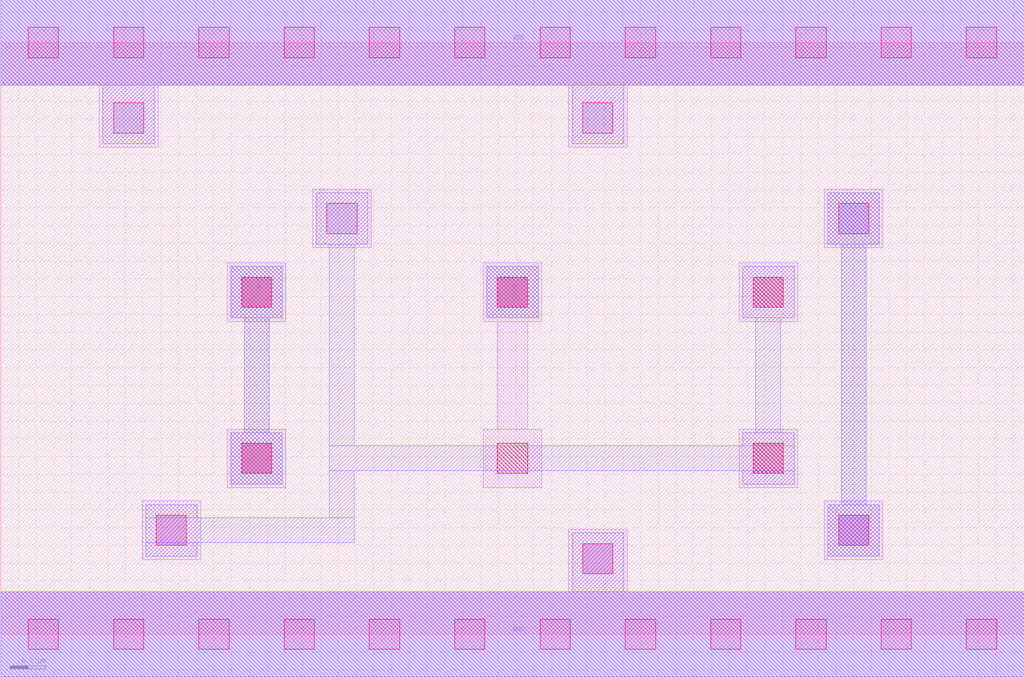
<source format=lef>
MACRO AND2X2
 CLASS CORE ;
 FOREIGN AND2X2 0 0 ;
 SIZE 5.76 BY 3.33 ;
 ORIGIN 0 0 ;
 SYMMETRY X Y R90 ;
 SITE unit ;
  PIN VDD
   DIRECTION INOUT ;
   USE POWER ;
   SHAPE ABUTMENT ;
    PORT
     CLASS CORE ;
       LAYER li1 ;
        RECT 0.00000000 3.09000000 5.76000000 3.57000000 ;
       LAYER met1 ;
        RECT 0.00000000 3.09000000 5.76000000 3.57000000 ;
    END
  END VDD

  PIN GND
   DIRECTION INOUT ;
   USE POWER ;
   SHAPE ABUTMENT ;
    PORT
     CLASS CORE ;
       LAYER li1 ;
        RECT 0.00000000 -0.24000000 5.76000000 0.24000000 ;
       LAYER met1 ;
        RECT 0.00000000 -0.24000000 5.76000000 0.24000000 ;
    END
  END GND

  PIN Y
   DIRECTION INOUT ;
   USE SIGNAL ;
   SHAPE ABUTMENT ;
    PORT
     CLASS CORE ;
       LAYER met1 ;
        RECT 4.65500000 0.44000000 4.94500000 0.73000000 ;
        RECT 4.73000000 0.73000000 4.87000000 2.19500000 ;
        RECT 4.65500000 2.19500000 4.94500000 2.48500000 ;
    END
  END Y

  PIN A
   DIRECTION INOUT ;
   USE SIGNAL ;
   SHAPE ABUTMENT ;
    PORT
     CLASS CORE ;
       LAYER met1 ;
        RECT 1.29500000 0.84500000 1.58500000 1.13500000 ;
        RECT 1.37000000 1.13500000 1.51000000 1.78000000 ;
        RECT 1.29500000 1.78000000 1.58500000 2.07000000 ;
    END
  END A

  PIN B
   DIRECTION INOUT ;
   USE SIGNAL ;
   SHAPE ABUTMENT ;
    PORT
     CLASS CORE ;
       LAYER met1 ;
        RECT 2.73500000 1.78000000 3.02500000 2.07000000 ;
    END
  END B

 OBS
    LAYER polycont ;
     RECT 1.35500000 0.90500000 1.52500000 1.07500000 ;
     RECT 2.79500000 0.90500000 2.96500000 1.07500000 ;
     RECT 4.23500000 0.90500000 4.40500000 1.07500000 ;
     RECT 1.35500000 1.84000000 1.52500000 2.01000000 ;
     RECT 2.79500000 1.84000000 2.96500000 2.01000000 ;
     RECT 4.23500000 1.84000000 4.40500000 2.01000000 ;

    LAYER pdiffc ;
     RECT 1.83500000 2.25500000 2.00500000 2.42500000 ;
     RECT 4.71500000 2.25500000 4.88500000 2.42500000 ;
     RECT 0.63500000 2.82000000 0.80500000 2.99000000 ;
     RECT 3.27500000 2.82000000 3.44500000 2.99000000 ;

    LAYER ndiffc ;
     RECT 3.27500000 0.34000000 3.44500000 0.51000000 ;
     RECT 0.87500000 0.50000000 1.04500000 0.67000000 ;
     RECT 4.71500000 0.50000000 4.88500000 0.67000000 ;

    LAYER li1 ;
     RECT 0.00000000 -0.24000000 5.76000000 0.24000000 ;
     RECT 3.19500000 0.24000000 3.52500000 0.59000000 ;
     RECT 0.79500000 0.42000000 1.12500000 0.75000000 ;
     RECT 4.63500000 0.42000000 4.96500000 0.75000000 ;
     RECT 1.27500000 0.82500000 1.60500000 1.15500000 ;
     RECT 4.15500000 0.82500000 4.48500000 1.15500000 ;
     RECT 1.27500000 1.76000000 1.60500000 2.09000000 ;
     RECT 2.71500000 0.82500000 3.04500000 1.15500000 ;
     RECT 2.79500000 1.15500000 2.96500000 1.76000000 ;
     RECT 2.71500000 1.76000000 3.04500000 2.09000000 ;
     RECT 4.15500000 1.76000000 4.48500000 2.09000000 ;
     RECT 1.75500000 2.17500000 2.08500000 2.50500000 ;
     RECT 4.63500000 2.17500000 4.96500000 2.50500000 ;
     RECT 0.55500000 2.74000000 0.88500000 3.09000000 ;
     RECT 3.19500000 2.74000000 3.52500000 3.09000000 ;
     RECT 0.00000000 3.09000000 5.76000000 3.57000000 ;

    LAYER viali ;
     RECT 0.15500000 -0.08500000 0.32500000 0.08500000 ;
     RECT 0.63500000 -0.08500000 0.80500000 0.08500000 ;
     RECT 1.11500000 -0.08500000 1.28500000 0.08500000 ;
     RECT 1.59500000 -0.08500000 1.76500000 0.08500000 ;
     RECT 2.07500000 -0.08500000 2.24500000 0.08500000 ;
     RECT 2.55500000 -0.08500000 2.72500000 0.08500000 ;
     RECT 3.03500000 -0.08500000 3.20500000 0.08500000 ;
     RECT 3.51500000 -0.08500000 3.68500000 0.08500000 ;
     RECT 3.99500000 -0.08500000 4.16500000 0.08500000 ;
     RECT 4.47500000 -0.08500000 4.64500000 0.08500000 ;
     RECT 4.95500000 -0.08500000 5.12500000 0.08500000 ;
     RECT 5.43500000 -0.08500000 5.60500000 0.08500000 ;
     RECT 3.27500000 0.34000000 3.44500000 0.51000000 ;
     RECT 0.87500000 0.50000000 1.04500000 0.67000000 ;
     RECT 4.71500000 0.50000000 4.88500000 0.67000000 ;
     RECT 1.35500000 0.90500000 1.52500000 1.07500000 ;
     RECT 4.23500000 0.90500000 4.40500000 1.07500000 ;
     RECT 1.35500000 1.84000000 1.52500000 2.01000000 ;
     RECT 2.79500000 1.84000000 2.96500000 2.01000000 ;
     RECT 4.23500000 1.84000000 4.40500000 2.01000000 ;
     RECT 1.83500000 2.25500000 2.00500000 2.42500000 ;
     RECT 4.71500000 2.25500000 4.88500000 2.42500000 ;
     RECT 0.63500000 2.82000000 0.80500000 2.99000000 ;
     RECT 3.27500000 2.82000000 3.44500000 2.99000000 ;
     RECT 0.15500000 3.24500000 0.32500000 3.41500000 ;
     RECT 0.63500000 3.24500000 0.80500000 3.41500000 ;
     RECT 1.11500000 3.24500000 1.28500000 3.41500000 ;
     RECT 1.59500000 3.24500000 1.76500000 3.41500000 ;
     RECT 2.07500000 3.24500000 2.24500000 3.41500000 ;
     RECT 2.55500000 3.24500000 2.72500000 3.41500000 ;
     RECT 3.03500000 3.24500000 3.20500000 3.41500000 ;
     RECT 3.51500000 3.24500000 3.68500000 3.41500000 ;
     RECT 3.99500000 3.24500000 4.16500000 3.41500000 ;
     RECT 4.47500000 3.24500000 4.64500000 3.41500000 ;
     RECT 4.95500000 3.24500000 5.12500000 3.41500000 ;
     RECT 5.43500000 3.24500000 5.60500000 3.41500000 ;

    LAYER met1 ;
     RECT 0.00000000 -0.24000000 5.76000000 0.24000000 ;
     RECT 3.21500000 0.24000000 3.50500000 0.57000000 ;
     RECT 1.29500000 0.84500000 1.58500000 1.13500000 ;
     RECT 1.37000000 1.13500000 1.51000000 1.78000000 ;
     RECT 1.29500000 1.78000000 1.58500000 2.07000000 ;
     RECT 2.73500000 1.78000000 3.02500000 2.07000000 ;
     RECT 0.81500000 0.44000000 1.10500000 0.51500000 ;
     RECT 0.81500000 0.51500000 1.99000000 0.65500000 ;
     RECT 0.81500000 0.65500000 1.10500000 0.73000000 ;
     RECT 1.85000000 0.65500000 1.99000000 0.92000000 ;
     RECT 4.17500000 0.84500000 4.46500000 0.92000000 ;
     RECT 1.85000000 0.92000000 4.46500000 1.06000000 ;
     RECT 4.17500000 1.06000000 4.46500000 1.13500000 ;
     RECT 4.25000000 1.13500000 4.39000000 1.78000000 ;
     RECT 4.17500000 1.78000000 4.46500000 2.07000000 ;
     RECT 1.85000000 1.06000000 1.99000000 2.19500000 ;
     RECT 1.77500000 2.19500000 2.06500000 2.48500000 ;
     RECT 4.65500000 0.44000000 4.94500000 0.73000000 ;
     RECT 4.73000000 0.73000000 4.87000000 2.19500000 ;
     RECT 4.65500000 2.19500000 4.94500000 2.48500000 ;
     RECT 0.57500000 2.76000000 0.86500000 3.09000000 ;
     RECT 3.21500000 2.76000000 3.50500000 3.09000000 ;
     RECT 0.00000000 3.09000000 5.76000000 3.57000000 ;

 END
END AND2X2

</source>
